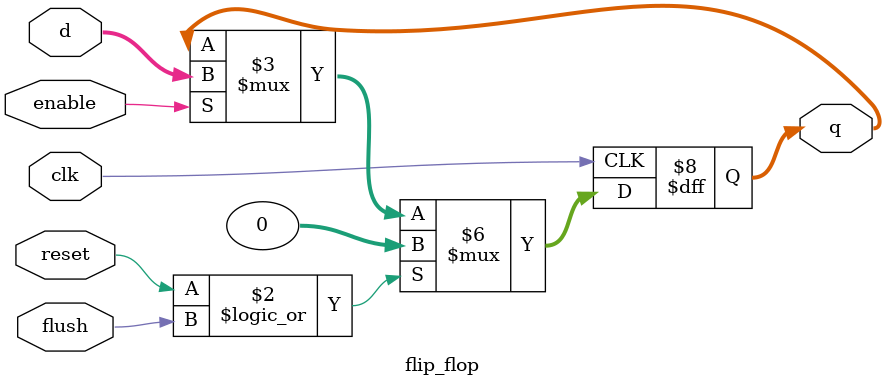
<source format=sv>
module flip_flop (
    input logic clk,
    reset,
    enable,
    flush,
    input logic [31:0] d,
    output logic [31:0] q
);
  always_ff @(posedge clk) begin
    if (reset || flush) begin
      q <= 0;
    end else if (enable) begin
      q <= d;
    end
  end
endmodule

</source>
